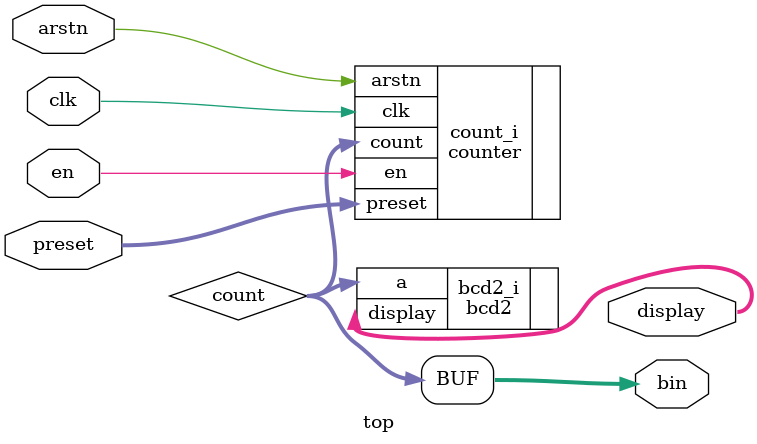
<source format=v>
module top (input clk, 
				input arstn, 
				input en, 
				input [3:0]preset, 
				output [0:6]display,
				output [3:0]bin);
				
wire [3:0] count;
assign bin = count;

counter count_i(.clk(clk),.arstn(arstn),.en(en),.preset(preset),.count(count));

bcd2 bcd2_i(.a(count),.display(display));
				
endmodule

</source>
